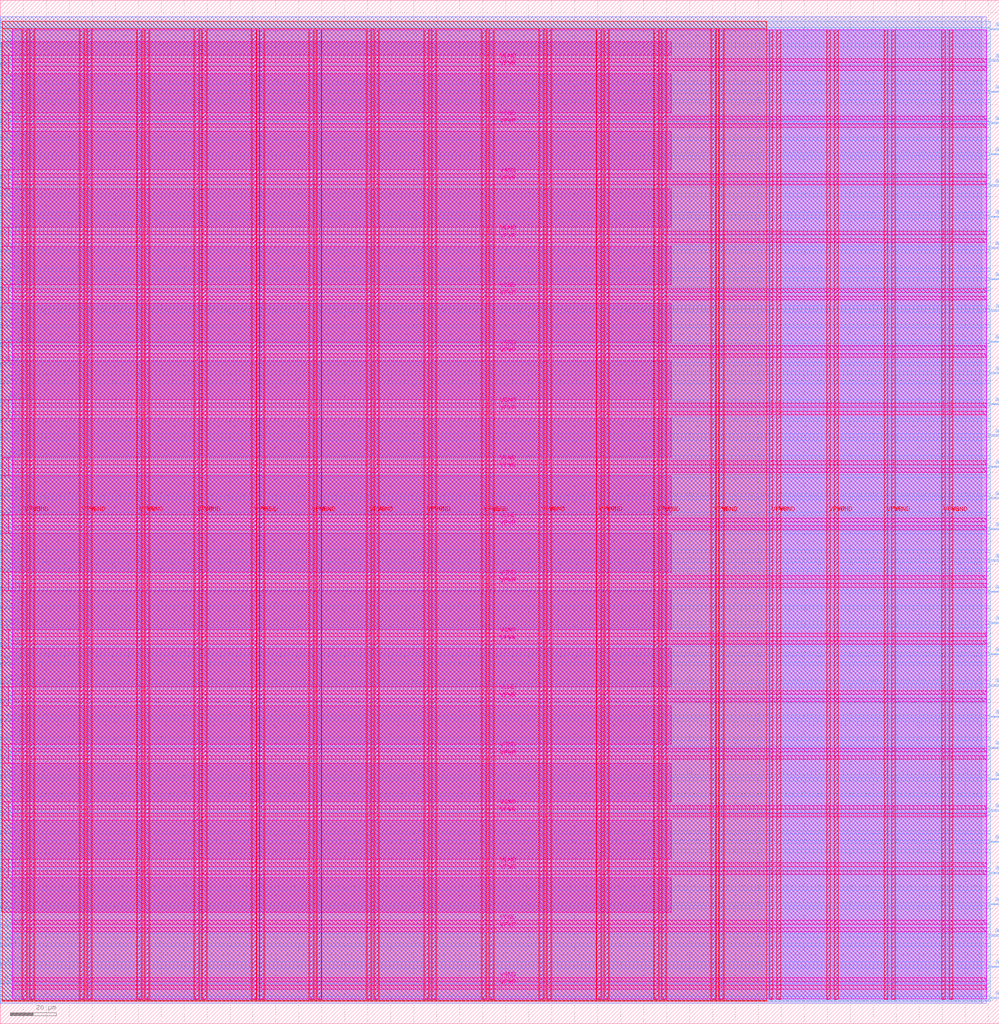
<source format=lef>
VERSION 5.7 ;
  NOWIREEXTENSIONATPIN ON ;
  DIVIDERCHAR "/" ;
  BUSBITCHARS "[]" ;
MACRO top
  CLASS BLOCK ;
  FOREIGN top ;
  ORIGIN 0.000 0.000 ;
  SIZE 434.795 BY 445.515 ;
  PIN A1[0]
    DIRECTION INPUT ;
    USE SIGNAL ;
    ANTENNAGATEAREA 0.213000 ;
    PORT
      LAYER met3 ;
        RECT 0.000 25.880 4.000 26.480 ;
    END
  END A1[0]
  PIN A1[1]
    DIRECTION INPUT ;
    USE SIGNAL ;
    ANTENNAGATEAREA 0.126000 ;
    PORT
      LAYER met3 ;
        RECT 0.000 34.040 4.000 34.640 ;
    END
  END A1[1]
  PIN A1[2]
    DIRECTION INPUT ;
    USE SIGNAL ;
    ANTENNAGATEAREA 0.213000 ;
    PORT
      LAYER met3 ;
        RECT 0.000 42.200 4.000 42.800 ;
    END
  END A1[2]
  PIN A1[3]
    DIRECTION INPUT ;
    USE SIGNAL ;
    ANTENNAGATEAREA 0.247500 ;
    PORT
      LAYER met3 ;
        RECT 0.000 50.360 4.000 50.960 ;
    END
  END A1[3]
  PIN A1[4]
    DIRECTION INPUT ;
    USE SIGNAL ;
    ANTENNAGATEAREA 0.247500 ;
    PORT
      LAYER met3 ;
        RECT 0.000 58.520 4.000 59.120 ;
    END
  END A1[4]
  PIN A2[0]
    DIRECTION INPUT ;
    USE SIGNAL ;
    ANTENNAGATEAREA 7.368000 ;
    PORT
      LAYER met3 ;
        RECT 0.000 66.680 4.000 67.280 ;
    END
  END A2[0]
  PIN A2[1]
    DIRECTION INPUT ;
    USE SIGNAL ;
    ANTENNAGATEAREA 0.886500 ;
    PORT
      LAYER met3 ;
        RECT 0.000 74.840 4.000 75.440 ;
    END
  END A2[1]
  PIN A2[2]
    DIRECTION INPUT ;
    USE SIGNAL ;
    ANTENNAGATEAREA 0.196500 ;
    PORT
      LAYER met3 ;
        RECT 0.000 83.000 4.000 83.600 ;
    END
  END A2[2]
  PIN A2[3]
    DIRECTION INPUT ;
    USE SIGNAL ;
    ANTENNAGATEAREA 0.213000 ;
    PORT
      LAYER met3 ;
        RECT 0.000 91.160 4.000 91.760 ;
    END
  END A2[3]
  PIN A2[4]
    DIRECTION INPUT ;
    USE SIGNAL ;
    ANTENNAGATEAREA 0.247500 ;
    PORT
      LAYER met3 ;
        RECT 0.000 99.320 4.000 99.920 ;
    END
  END A2[4]
  PIN A3[0]
    DIRECTION INPUT ;
    USE SIGNAL ;
    ANTENNAGATEAREA 0.213000 ;
    PORT
      LAYER met3 ;
        RECT 0.000 107.480 4.000 108.080 ;
    END
  END A3[0]
  PIN A3[1]
    DIRECTION INPUT ;
    USE SIGNAL ;
    ANTENNAGATEAREA 0.213000 ;
    PORT
      LAYER met3 ;
        RECT 0.000 115.640 4.000 116.240 ;
    END
  END A3[1]
  PIN A3[2]
    DIRECTION INPUT ;
    USE SIGNAL ;
    ANTENNAGATEAREA 0.213000 ;
    PORT
      LAYER met3 ;
        RECT 0.000 123.800 4.000 124.400 ;
    END
  END A3[2]
  PIN A3[3]
    DIRECTION INPUT ;
    USE SIGNAL ;
    ANTENNAGATEAREA 0.213000 ;
    PORT
      LAYER met3 ;
        RECT 0.000 131.960 4.000 132.560 ;
    END
  END A3[3]
  PIN A3[4]
    DIRECTION INPUT ;
    USE SIGNAL ;
    ANTENNAGATEAREA 0.213000 ;
    PORT
      LAYER met3 ;
        RECT 0.000 140.120 4.000 140.720 ;
    END
  END A3[4]
  PIN VGND
    DIRECTION INOUT ;
    USE GROUND ;
    PORT
      LAYER met4 ;
        RECT 13.020 10.640 14.620 432.720 ;
    END
    PORT
      LAYER met4 ;
        RECT 38.020 10.640 39.620 432.720 ;
    END
    PORT
      LAYER met4 ;
        RECT 63.020 10.640 64.620 432.720 ;
    END
    PORT
      LAYER met4 ;
        RECT 88.020 10.640 89.620 432.720 ;
    END
    PORT
      LAYER met4 ;
        RECT 113.020 10.640 114.620 432.720 ;
    END
    PORT
      LAYER met4 ;
        RECT 138.020 10.640 139.620 432.720 ;
    END
    PORT
      LAYER met4 ;
        RECT 163.020 10.640 164.620 432.720 ;
    END
    PORT
      LAYER met4 ;
        RECT 188.020 10.640 189.620 432.720 ;
    END
    PORT
      LAYER met4 ;
        RECT 213.020 10.640 214.620 432.720 ;
    END
    PORT
      LAYER met4 ;
        RECT 238.020 10.640 239.620 432.720 ;
    END
    PORT
      LAYER met4 ;
        RECT 263.020 10.640 264.620 432.720 ;
    END
    PORT
      LAYER met4 ;
        RECT 288.020 10.640 289.620 432.720 ;
    END
    PORT
      LAYER met4 ;
        RECT 313.020 10.640 314.620 432.720 ;
    END
    PORT
      LAYER met4 ;
        RECT 338.020 10.640 339.620 432.720 ;
    END
    PORT
      LAYER met4 ;
        RECT 363.020 10.640 364.620 432.720 ;
    END
    PORT
      LAYER met4 ;
        RECT 388.020 10.640 389.620 432.720 ;
    END
    PORT
      LAYER met4 ;
        RECT 413.020 10.640 414.620 432.720 ;
    END
    PORT
      LAYER met5 ;
        RECT 5.280 18.380 429.420 19.980 ;
    END
    PORT
      LAYER met5 ;
        RECT 5.280 43.380 429.420 44.980 ;
    END
    PORT
      LAYER met5 ;
        RECT 5.280 68.380 429.420 69.980 ;
    END
    PORT
      LAYER met5 ;
        RECT 5.280 93.380 429.420 94.980 ;
    END
    PORT
      LAYER met5 ;
        RECT 5.280 118.380 429.420 119.980 ;
    END
    PORT
      LAYER met5 ;
        RECT 5.280 143.380 429.420 144.980 ;
    END
    PORT
      LAYER met5 ;
        RECT 5.280 168.380 429.420 169.980 ;
    END
    PORT
      LAYER met5 ;
        RECT 5.280 193.380 429.420 194.980 ;
    END
    PORT
      LAYER met5 ;
        RECT 5.280 218.380 429.420 219.980 ;
    END
    PORT
      LAYER met5 ;
        RECT 5.280 243.380 429.420 244.980 ;
    END
    PORT
      LAYER met5 ;
        RECT 5.280 268.380 429.420 269.980 ;
    END
    PORT
      LAYER met5 ;
        RECT 5.280 293.380 429.420 294.980 ;
    END
    PORT
      LAYER met5 ;
        RECT 5.280 318.380 429.420 319.980 ;
    END
    PORT
      LAYER met5 ;
        RECT 5.280 343.380 429.420 344.980 ;
    END
    PORT
      LAYER met5 ;
        RECT 5.280 368.380 429.420 369.980 ;
    END
    PORT
      LAYER met5 ;
        RECT 5.280 393.380 429.420 394.980 ;
    END
    PORT
      LAYER met5 ;
        RECT 5.280 418.380 429.420 419.980 ;
    END
  END VGND
  PIN VPWR
    DIRECTION INOUT ;
    USE POWER ;
    PORT
      LAYER met4 ;
        RECT 9.720 10.640 11.320 432.720 ;
    END
    PORT
      LAYER met4 ;
        RECT 34.720 10.640 36.320 432.720 ;
    END
    PORT
      LAYER met4 ;
        RECT 59.720 10.640 61.320 432.720 ;
    END
    PORT
      LAYER met4 ;
        RECT 84.720 10.640 86.320 432.720 ;
    END
    PORT
      LAYER met4 ;
        RECT 109.720 10.640 111.320 432.720 ;
    END
    PORT
      LAYER met4 ;
        RECT 134.720 10.640 136.320 432.720 ;
    END
    PORT
      LAYER met4 ;
        RECT 159.720 10.640 161.320 432.720 ;
    END
    PORT
      LAYER met4 ;
        RECT 184.720 10.640 186.320 432.720 ;
    END
    PORT
      LAYER met4 ;
        RECT 209.720 10.640 211.320 432.720 ;
    END
    PORT
      LAYER met4 ;
        RECT 234.720 10.640 236.320 432.720 ;
    END
    PORT
      LAYER met4 ;
        RECT 259.720 10.640 261.320 432.720 ;
    END
    PORT
      LAYER met4 ;
        RECT 284.720 10.640 286.320 432.720 ;
    END
    PORT
      LAYER met4 ;
        RECT 309.720 10.640 311.320 432.720 ;
    END
    PORT
      LAYER met4 ;
        RECT 334.720 10.640 336.320 432.720 ;
    END
    PORT
      LAYER met4 ;
        RECT 359.720 10.640 361.320 432.720 ;
    END
    PORT
      LAYER met4 ;
        RECT 384.720 10.640 386.320 432.720 ;
    END
    PORT
      LAYER met4 ;
        RECT 409.720 10.640 411.320 432.720 ;
    END
    PORT
      LAYER met5 ;
        RECT 5.280 15.080 429.420 16.680 ;
    END
    PORT
      LAYER met5 ;
        RECT 5.280 40.080 429.420 41.680 ;
    END
    PORT
      LAYER met5 ;
        RECT 5.280 65.080 429.420 66.680 ;
    END
    PORT
      LAYER met5 ;
        RECT 5.280 90.080 429.420 91.680 ;
    END
    PORT
      LAYER met5 ;
        RECT 5.280 115.080 429.420 116.680 ;
    END
    PORT
      LAYER met5 ;
        RECT 5.280 140.080 429.420 141.680 ;
    END
    PORT
      LAYER met5 ;
        RECT 5.280 165.080 429.420 166.680 ;
    END
    PORT
      LAYER met5 ;
        RECT 5.280 190.080 429.420 191.680 ;
    END
    PORT
      LAYER met5 ;
        RECT 5.280 215.080 429.420 216.680 ;
    END
    PORT
      LAYER met5 ;
        RECT 5.280 240.080 429.420 241.680 ;
    END
    PORT
      LAYER met5 ;
        RECT 5.280 265.080 429.420 266.680 ;
    END
    PORT
      LAYER met5 ;
        RECT 5.280 290.080 429.420 291.680 ;
    END
    PORT
      LAYER met5 ;
        RECT 5.280 315.080 429.420 316.680 ;
    END
    PORT
      LAYER met5 ;
        RECT 5.280 340.080 429.420 341.680 ;
    END
    PORT
      LAYER met5 ;
        RECT 5.280 365.080 429.420 366.680 ;
    END
    PORT
      LAYER met5 ;
        RECT 5.280 390.080 429.420 391.680 ;
    END
    PORT
      LAYER met5 ;
        RECT 5.280 415.080 429.420 416.680 ;
    END
  END VPWR
  PIN WD3[0]
    DIRECTION INPUT ;
    USE SIGNAL ;
    ANTENNAGATEAREA 0.213000 ;
    PORT
      LAYER met3 ;
        RECT 0.000 148.280 4.000 148.880 ;
    END
  END WD3[0]
  PIN WD3[10]
    DIRECTION INPUT ;
    USE SIGNAL ;
    ANTENNAGATEAREA 0.213000 ;
    PORT
      LAYER met3 ;
        RECT 0.000 229.880 4.000 230.480 ;
    END
  END WD3[10]
  PIN WD3[11]
    DIRECTION INPUT ;
    USE SIGNAL ;
    ANTENNAGATEAREA 0.213000 ;
    PORT
      LAYER met3 ;
        RECT 0.000 238.040 4.000 238.640 ;
    END
  END WD3[11]
  PIN WD3[12]
    DIRECTION INPUT ;
    USE SIGNAL ;
    ANTENNAGATEAREA 0.213000 ;
    PORT
      LAYER met3 ;
        RECT 0.000 246.200 4.000 246.800 ;
    END
  END WD3[12]
  PIN WD3[13]
    DIRECTION INPUT ;
    USE SIGNAL ;
    ANTENNAGATEAREA 0.213000 ;
    PORT
      LAYER met3 ;
        RECT 0.000 254.360 4.000 254.960 ;
    END
  END WD3[13]
  PIN WD3[14]
    DIRECTION INPUT ;
    USE SIGNAL ;
    ANTENNAGATEAREA 0.159000 ;
    PORT
      LAYER met3 ;
        RECT 0.000 262.520 4.000 263.120 ;
    END
  END WD3[14]
  PIN WD3[15]
    DIRECTION INPUT ;
    USE SIGNAL ;
    ANTENNAGATEAREA 0.213000 ;
    PORT
      LAYER met3 ;
        RECT 0.000 270.680 4.000 271.280 ;
    END
  END WD3[15]
  PIN WD3[16]
    DIRECTION INPUT ;
    USE SIGNAL ;
    ANTENNAGATEAREA 0.213000 ;
    PORT
      LAYER met3 ;
        RECT 0.000 278.840 4.000 279.440 ;
    END
  END WD3[16]
  PIN WD3[17]
    DIRECTION INPUT ;
    USE SIGNAL ;
    ANTENNAGATEAREA 0.213000 ;
    PORT
      LAYER met3 ;
        RECT 0.000 287.000 4.000 287.600 ;
    END
  END WD3[17]
  PIN WD3[18]
    DIRECTION INPUT ;
    USE SIGNAL ;
    ANTENNAGATEAREA 0.213000 ;
    PORT
      LAYER met3 ;
        RECT 0.000 295.160 4.000 295.760 ;
    END
  END WD3[18]
  PIN WD3[19]
    DIRECTION INPUT ;
    USE SIGNAL ;
    ANTENNAGATEAREA 0.213000 ;
    PORT
      LAYER met3 ;
        RECT 0.000 303.320 4.000 303.920 ;
    END
  END WD3[19]
  PIN WD3[1]
    DIRECTION INPUT ;
    USE SIGNAL ;
    ANTENNAGATEAREA 0.213000 ;
    PORT
      LAYER met3 ;
        RECT 0.000 156.440 4.000 157.040 ;
    END
  END WD3[1]
  PIN WD3[20]
    DIRECTION INPUT ;
    USE SIGNAL ;
    ANTENNAGATEAREA 0.213000 ;
    PORT
      LAYER met3 ;
        RECT 0.000 311.480 4.000 312.080 ;
    END
  END WD3[20]
  PIN WD3[21]
    DIRECTION INPUT ;
    USE SIGNAL ;
    ANTENNAGATEAREA 0.213000 ;
    PORT
      LAYER met3 ;
        RECT 0.000 319.640 4.000 320.240 ;
    END
  END WD3[21]
  PIN WD3[22]
    DIRECTION INPUT ;
    USE SIGNAL ;
    ANTENNAGATEAREA 0.213000 ;
    PORT
      LAYER met3 ;
        RECT 0.000 327.800 4.000 328.400 ;
    END
  END WD3[22]
  PIN WD3[23]
    DIRECTION INPUT ;
    USE SIGNAL ;
    ANTENNAGATEAREA 0.213000 ;
    PORT
      LAYER met3 ;
        RECT 0.000 335.960 4.000 336.560 ;
    END
  END WD3[23]
  PIN WD3[24]
    DIRECTION INPUT ;
    USE SIGNAL ;
    ANTENNAGATEAREA 0.213000 ;
    PORT
      LAYER met3 ;
        RECT 0.000 344.120 4.000 344.720 ;
    END
  END WD3[24]
  PIN WD3[25]
    DIRECTION INPUT ;
    USE SIGNAL ;
    ANTENNAGATEAREA 0.213000 ;
    PORT
      LAYER met3 ;
        RECT 0.000 352.280 4.000 352.880 ;
    END
  END WD3[25]
  PIN WD3[26]
    DIRECTION INPUT ;
    USE SIGNAL ;
    ANTENNAGATEAREA 0.213000 ;
    PORT
      LAYER met3 ;
        RECT 0.000 360.440 4.000 361.040 ;
    END
  END WD3[26]
  PIN WD3[27]
    DIRECTION INPUT ;
    USE SIGNAL ;
    ANTENNAGATEAREA 0.196500 ;
    PORT
      LAYER met3 ;
        RECT 0.000 368.600 4.000 369.200 ;
    END
  END WD3[27]
  PIN WD3[28]
    DIRECTION INPUT ;
    USE SIGNAL ;
    ANTENNAGATEAREA 0.126000 ;
    PORT
      LAYER met3 ;
        RECT 0.000 376.760 4.000 377.360 ;
    END
  END WD3[28]
  PIN WD3[29]
    DIRECTION INPUT ;
    USE SIGNAL ;
    ANTENNAGATEAREA 0.213000 ;
    PORT
      LAYER met3 ;
        RECT 0.000 384.920 4.000 385.520 ;
    END
  END WD3[29]
  PIN WD3[2]
    DIRECTION INPUT ;
    USE SIGNAL ;
    ANTENNAGATEAREA 0.159000 ;
    PORT
      LAYER met3 ;
        RECT 0.000 164.600 4.000 165.200 ;
    END
  END WD3[2]
  PIN WD3[30]
    DIRECTION INPUT ;
    USE SIGNAL ;
    ANTENNAGATEAREA 0.213000 ;
    PORT
      LAYER met3 ;
        RECT 0.000 393.080 4.000 393.680 ;
    END
  END WD3[30]
  PIN WD3[31]
    DIRECTION INPUT ;
    USE SIGNAL ;
    ANTENNAGATEAREA 0.213000 ;
    PORT
      LAYER met3 ;
        RECT 0.000 401.240 4.000 401.840 ;
    END
  END WD3[31]
  PIN WD3[3]
    DIRECTION INPUT ;
    USE SIGNAL ;
    ANTENNAGATEAREA 0.159000 ;
    PORT
      LAYER met3 ;
        RECT 0.000 172.760 4.000 173.360 ;
    END
  END WD3[3]
  PIN WD3[4]
    DIRECTION INPUT ;
    USE SIGNAL ;
    ANTENNAGATEAREA 0.159000 ;
    PORT
      LAYER met3 ;
        RECT 0.000 180.920 4.000 181.520 ;
    END
  END WD3[4]
  PIN WD3[5]
    DIRECTION INPUT ;
    USE SIGNAL ;
    ANTENNAGATEAREA 0.159000 ;
    PORT
      LAYER met3 ;
        RECT 0.000 189.080 4.000 189.680 ;
    END
  END WD3[5]
  PIN WD3[6]
    DIRECTION INPUT ;
    USE SIGNAL ;
    ANTENNAGATEAREA 0.159000 ;
    PORT
      LAYER met3 ;
        RECT 0.000 197.240 4.000 197.840 ;
    END
  END WD3[6]
  PIN WD3[7]
    DIRECTION INPUT ;
    USE SIGNAL ;
    ANTENNAGATEAREA 0.159000 ;
    PORT
      LAYER met3 ;
        RECT 0.000 205.400 4.000 206.000 ;
    END
  END WD3[7]
  PIN WD3[8]
    DIRECTION INPUT ;
    USE SIGNAL ;
    ANTENNAGATEAREA 0.213000 ;
    PORT
      LAYER met3 ;
        RECT 0.000 213.560 4.000 214.160 ;
    END
  END WD3[8]
  PIN WD3[9]
    DIRECTION INPUT ;
    USE SIGNAL ;
    ANTENNAGATEAREA 0.213000 ;
    PORT
      LAYER met3 ;
        RECT 0.000 221.720 4.000 222.320 ;
    END
  END WD3[9]
  PIN WE3
    DIRECTION INPUT ;
    USE SIGNAL ;
    ANTENNAGATEAREA 0.247500 ;
    PORT
      LAYER met3 ;
        RECT 0.000 409.400 4.000 410.000 ;
    END
  END WE3
  PIN alu_out[0]
    DIRECTION OUTPUT ;
    USE SIGNAL ;
    ANTENNADIFFAREA 1.336500 ;
    PORT
      LAYER met3 ;
        RECT 430.795 10.920 434.795 11.520 ;
    END
  END alu_out[0]
  PIN alu_out[10]
    DIRECTION OUTPUT ;
    USE SIGNAL ;
    ANTENNADIFFAREA 0.445500 ;
    PORT
      LAYER met3 ;
        RECT 430.795 146.920 434.795 147.520 ;
    END
  END alu_out[10]
  PIN alu_out[11]
    DIRECTION OUTPUT ;
    USE SIGNAL ;
    ANTENNADIFFAREA 0.445500 ;
    PORT
      LAYER met3 ;
        RECT 430.795 160.520 434.795 161.120 ;
    END
  END alu_out[11]
  PIN alu_out[12]
    DIRECTION OUTPUT ;
    USE SIGNAL ;
    ANTENNADIFFAREA 1.336500 ;
    PORT
      LAYER met3 ;
        RECT 430.795 174.120 434.795 174.720 ;
    END
  END alu_out[12]
  PIN alu_out[13]
    DIRECTION OUTPUT ;
    USE SIGNAL ;
    ANTENNADIFFAREA 0.445500 ;
    PORT
      LAYER met3 ;
        RECT 430.795 187.720 434.795 188.320 ;
    END
  END alu_out[13]
  PIN alu_out[14]
    DIRECTION OUTPUT ;
    USE SIGNAL ;
    ANTENNADIFFAREA 1.336500 ;
    PORT
      LAYER met3 ;
        RECT 430.795 201.320 434.795 201.920 ;
    END
  END alu_out[14]
  PIN alu_out[15]
    DIRECTION OUTPUT ;
    USE SIGNAL ;
    ANTENNADIFFAREA 0.445500 ;
    PORT
      LAYER met3 ;
        RECT 430.795 214.920 434.795 215.520 ;
    END
  END alu_out[15]
  PIN alu_out[16]
    DIRECTION OUTPUT ;
    USE SIGNAL ;
    ANTENNADIFFAREA 0.891000 ;
    PORT
      LAYER met3 ;
        RECT 430.795 228.520 434.795 229.120 ;
    END
  END alu_out[16]
  PIN alu_out[17]
    DIRECTION OUTPUT ;
    USE SIGNAL ;
    ANTENNADIFFAREA 0.445500 ;
    PORT
      LAYER met3 ;
        RECT 430.795 242.120 434.795 242.720 ;
    END
  END alu_out[17]
  PIN alu_out[18]
    DIRECTION OUTPUT ;
    USE SIGNAL ;
    ANTENNADIFFAREA 0.891000 ;
    PORT
      LAYER met3 ;
        RECT 430.795 255.720 434.795 256.320 ;
    END
  END alu_out[18]
  PIN alu_out[19]
    DIRECTION OUTPUT ;
    USE SIGNAL ;
    ANTENNADIFFAREA 0.445500 ;
    PORT
      LAYER met3 ;
        RECT 430.795 269.320 434.795 269.920 ;
    END
  END alu_out[19]
  PIN alu_out[1]
    DIRECTION OUTPUT ;
    USE SIGNAL ;
    ANTENNADIFFAREA 1.336500 ;
    PORT
      LAYER met3 ;
        RECT 430.795 24.520 434.795 25.120 ;
    END
  END alu_out[1]
  PIN alu_out[20]
    DIRECTION OUTPUT ;
    USE SIGNAL ;
    ANTENNADIFFAREA 0.445500 ;
    PORT
      LAYER met3 ;
        RECT 430.795 282.920 434.795 283.520 ;
    END
  END alu_out[20]
  PIN alu_out[21]
    DIRECTION OUTPUT ;
    USE SIGNAL ;
    ANTENNADIFFAREA 0.445500 ;
    PORT
      LAYER met3 ;
        RECT 430.795 296.520 434.795 297.120 ;
    END
  END alu_out[21]
  PIN alu_out[22]
    DIRECTION OUTPUT ;
    USE SIGNAL ;
    ANTENNADIFFAREA 0.445500 ;
    PORT
      LAYER met3 ;
        RECT 430.795 310.120 434.795 310.720 ;
    END
  END alu_out[22]
  PIN alu_out[23]
    DIRECTION OUTPUT ;
    USE SIGNAL ;
    ANTENNADIFFAREA 0.445500 ;
    PORT
      LAYER met3 ;
        RECT 430.795 323.720 434.795 324.320 ;
    END
  END alu_out[23]
  PIN alu_out[24]
    DIRECTION OUTPUT ;
    USE SIGNAL ;
    ANTENNADIFFAREA 0.445500 ;
    PORT
      LAYER met3 ;
        RECT 430.795 337.320 434.795 337.920 ;
    END
  END alu_out[24]
  PIN alu_out[25]
    DIRECTION OUTPUT ;
    USE SIGNAL ;
    ANTENNADIFFAREA 0.445500 ;
    PORT
      LAYER met3 ;
        RECT 430.795 350.920 434.795 351.520 ;
    END
  END alu_out[25]
  PIN alu_out[26]
    DIRECTION OUTPUT ;
    USE SIGNAL ;
    ANTENNADIFFAREA 0.445500 ;
    PORT
      LAYER met3 ;
        RECT 430.795 364.520 434.795 365.120 ;
    END
  END alu_out[26]
  PIN alu_out[27]
    DIRECTION OUTPUT ;
    USE SIGNAL ;
    ANTENNADIFFAREA 0.445500 ;
    PORT
      LAYER met3 ;
        RECT 430.795 378.120 434.795 378.720 ;
    END
  END alu_out[27]
  PIN alu_out[28]
    DIRECTION OUTPUT ;
    USE SIGNAL ;
    ANTENNADIFFAREA 0.445500 ;
    PORT
      LAYER met3 ;
        RECT 430.795 391.720 434.795 392.320 ;
    END
  END alu_out[28]
  PIN alu_out[29]
    DIRECTION OUTPUT ;
    USE SIGNAL ;
    ANTENNADIFFAREA 1.336500 ;
    PORT
      LAYER met3 ;
        RECT 430.795 405.320 434.795 405.920 ;
    END
  END alu_out[29]
  PIN alu_out[2]
    DIRECTION OUTPUT ;
    USE SIGNAL ;
    ANTENNADIFFAREA 0.891000 ;
    PORT
      LAYER met3 ;
        RECT 430.795 38.120 434.795 38.720 ;
    END
  END alu_out[2]
  PIN alu_out[30]
    DIRECTION OUTPUT ;
    USE SIGNAL ;
    ANTENNADIFFAREA 1.782000 ;
    PORT
      LAYER met3 ;
        RECT 430.795 418.920 434.795 419.520 ;
    END
  END alu_out[30]
  PIN alu_out[31]
    DIRECTION OUTPUT ;
    USE SIGNAL ;
    ANTENNADIFFAREA 0.445500 ;
    PORT
      LAYER met3 ;
        RECT 430.795 432.520 434.795 433.120 ;
    END
  END alu_out[31]
  PIN alu_out[3]
    DIRECTION OUTPUT ;
    USE SIGNAL ;
    ANTENNADIFFAREA 0.445500 ;
    PORT
      LAYER met3 ;
        RECT 430.795 51.720 434.795 52.320 ;
    END
  END alu_out[3]
  PIN alu_out[4]
    DIRECTION OUTPUT ;
    USE SIGNAL ;
    ANTENNADIFFAREA 0.445500 ;
    PORT
      LAYER met3 ;
        RECT 430.795 65.320 434.795 65.920 ;
    END
  END alu_out[4]
  PIN alu_out[5]
    DIRECTION OUTPUT ;
    USE SIGNAL ;
    ANTENNADIFFAREA 0.445500 ;
    PORT
      LAYER met3 ;
        RECT 430.795 78.920 434.795 79.520 ;
    END
  END alu_out[5]
  PIN alu_out[6]
    DIRECTION OUTPUT ;
    USE SIGNAL ;
    ANTENNADIFFAREA 0.891000 ;
    PORT
      LAYER met3 ;
        RECT 430.795 92.520 434.795 93.120 ;
    END
  END alu_out[6]
  PIN alu_out[7]
    DIRECTION OUTPUT ;
    USE SIGNAL ;
    ANTENNADIFFAREA 0.445500 ;
    PORT
      LAYER met3 ;
        RECT 430.795 106.120 434.795 106.720 ;
    END
  END alu_out[7]
  PIN alu_out[8]
    DIRECTION OUTPUT ;
    USE SIGNAL ;
    ANTENNADIFFAREA 0.445500 ;
    PORT
      LAYER met3 ;
        RECT 430.795 119.720 434.795 120.320 ;
    END
  END alu_out[8]
  PIN alu_out[9]
    DIRECTION OUTPUT ;
    USE SIGNAL ;
    ANTENNADIFFAREA 0.445500 ;
    PORT
      LAYER met3 ;
        RECT 430.795 133.320 434.795 133.920 ;
    END
  END alu_out[9]
  PIN clk
    DIRECTION INPUT ;
    USE SIGNAL ;
    ANTENNAGATEAREA 0.852000 ;
    PORT
      LAYER met3 ;
        RECT 0.000 17.720 4.000 18.320 ;
    END
  END clk
  PIN opcode[0]
    DIRECTION INPUT ;
    USE SIGNAL ;
    ANTENNAGATEAREA 0.247500 ;
    PORT
      LAYER met3 ;
        RECT 0.000 417.560 4.000 418.160 ;
    END
  END opcode[0]
  PIN opcode[1]
    DIRECTION INPUT ;
    USE SIGNAL ;
    ANTENNAGATEAREA 0.247500 ;
    PORT
      LAYER met3 ;
        RECT 0.000 425.720 4.000 426.320 ;
    END
  END opcode[1]
  OBS
      LAYER nwell ;
        RECT 5.330 10.795 429.370 432.670 ;
      LAYER li1 ;
        RECT 5.520 10.795 429.180 432.565 ;
      LAYER met1 ;
        RECT 0.070 8.880 429.180 438.220 ;
      LAYER met2 ;
        RECT 0.090 8.850 427.250 438.250 ;
      LAYER met3 ;
        RECT 0.065 433.520 430.795 436.385 ;
        RECT 0.065 432.120 430.395 433.520 ;
        RECT 0.065 426.720 430.795 432.120 ;
        RECT 4.400 425.320 430.795 426.720 ;
        RECT 0.065 419.920 430.795 425.320 ;
        RECT 0.065 418.560 430.395 419.920 ;
        RECT 4.400 418.520 430.395 418.560 ;
        RECT 4.400 417.160 430.795 418.520 ;
        RECT 0.065 410.400 430.795 417.160 ;
        RECT 4.400 409.000 430.795 410.400 ;
        RECT 0.065 406.320 430.795 409.000 ;
        RECT 0.065 404.920 430.395 406.320 ;
        RECT 0.065 402.240 430.795 404.920 ;
        RECT 4.400 400.840 430.795 402.240 ;
        RECT 0.065 394.080 430.795 400.840 ;
        RECT 4.400 392.720 430.795 394.080 ;
        RECT 4.400 392.680 430.395 392.720 ;
        RECT 0.065 391.320 430.395 392.680 ;
        RECT 0.065 385.920 430.795 391.320 ;
        RECT 4.400 384.520 430.795 385.920 ;
        RECT 0.065 379.120 430.795 384.520 ;
        RECT 0.065 377.760 430.395 379.120 ;
        RECT 4.400 377.720 430.395 377.760 ;
        RECT 4.400 376.360 430.795 377.720 ;
        RECT 0.065 369.600 430.795 376.360 ;
        RECT 4.400 368.200 430.795 369.600 ;
        RECT 0.065 365.520 430.795 368.200 ;
        RECT 0.065 364.120 430.395 365.520 ;
        RECT 0.065 361.440 430.795 364.120 ;
        RECT 4.400 360.040 430.795 361.440 ;
        RECT 0.065 353.280 430.795 360.040 ;
        RECT 4.400 351.920 430.795 353.280 ;
        RECT 4.400 351.880 430.395 351.920 ;
        RECT 0.065 350.520 430.395 351.880 ;
        RECT 0.065 345.120 430.795 350.520 ;
        RECT 4.400 343.720 430.795 345.120 ;
        RECT 0.065 338.320 430.795 343.720 ;
        RECT 0.065 336.960 430.395 338.320 ;
        RECT 4.400 336.920 430.395 336.960 ;
        RECT 4.400 335.560 430.795 336.920 ;
        RECT 0.065 328.800 430.795 335.560 ;
        RECT 4.400 327.400 430.795 328.800 ;
        RECT 0.065 324.720 430.795 327.400 ;
        RECT 0.065 323.320 430.395 324.720 ;
        RECT 0.065 320.640 430.795 323.320 ;
        RECT 4.400 319.240 430.795 320.640 ;
        RECT 0.065 312.480 430.795 319.240 ;
        RECT 4.400 311.120 430.795 312.480 ;
        RECT 4.400 311.080 430.395 311.120 ;
        RECT 0.065 309.720 430.395 311.080 ;
        RECT 0.065 304.320 430.795 309.720 ;
        RECT 4.400 302.920 430.795 304.320 ;
        RECT 0.065 297.520 430.795 302.920 ;
        RECT 0.065 296.160 430.395 297.520 ;
        RECT 4.400 296.120 430.395 296.160 ;
        RECT 4.400 294.760 430.795 296.120 ;
        RECT 0.065 288.000 430.795 294.760 ;
        RECT 4.400 286.600 430.795 288.000 ;
        RECT 0.065 283.920 430.795 286.600 ;
        RECT 0.065 282.520 430.395 283.920 ;
        RECT 0.065 279.840 430.795 282.520 ;
        RECT 4.400 278.440 430.795 279.840 ;
        RECT 0.065 271.680 430.795 278.440 ;
        RECT 4.400 270.320 430.795 271.680 ;
        RECT 4.400 270.280 430.395 270.320 ;
        RECT 0.065 268.920 430.395 270.280 ;
        RECT 0.065 263.520 430.795 268.920 ;
        RECT 4.400 262.120 430.795 263.520 ;
        RECT 0.065 256.720 430.795 262.120 ;
        RECT 0.065 255.360 430.395 256.720 ;
        RECT 4.400 255.320 430.395 255.360 ;
        RECT 4.400 253.960 430.795 255.320 ;
        RECT 0.065 247.200 430.795 253.960 ;
        RECT 4.400 245.800 430.795 247.200 ;
        RECT 0.065 243.120 430.795 245.800 ;
        RECT 0.065 241.720 430.395 243.120 ;
        RECT 0.065 239.040 430.795 241.720 ;
        RECT 4.400 237.640 430.795 239.040 ;
        RECT 0.065 230.880 430.795 237.640 ;
        RECT 4.400 229.520 430.795 230.880 ;
        RECT 4.400 229.480 430.395 229.520 ;
        RECT 0.065 228.120 430.395 229.480 ;
        RECT 0.065 222.720 430.795 228.120 ;
        RECT 4.400 221.320 430.795 222.720 ;
        RECT 0.065 215.920 430.795 221.320 ;
        RECT 0.065 214.560 430.395 215.920 ;
        RECT 4.400 214.520 430.395 214.560 ;
        RECT 4.400 213.160 430.795 214.520 ;
        RECT 0.065 206.400 430.795 213.160 ;
        RECT 4.400 205.000 430.795 206.400 ;
        RECT 0.065 202.320 430.795 205.000 ;
        RECT 0.065 200.920 430.395 202.320 ;
        RECT 0.065 198.240 430.795 200.920 ;
        RECT 4.400 196.840 430.795 198.240 ;
        RECT 0.065 190.080 430.795 196.840 ;
        RECT 4.400 188.720 430.795 190.080 ;
        RECT 4.400 188.680 430.395 188.720 ;
        RECT 0.065 187.320 430.395 188.680 ;
        RECT 0.065 181.920 430.795 187.320 ;
        RECT 4.400 180.520 430.795 181.920 ;
        RECT 0.065 175.120 430.795 180.520 ;
        RECT 0.065 173.760 430.395 175.120 ;
        RECT 4.400 173.720 430.395 173.760 ;
        RECT 4.400 172.360 430.795 173.720 ;
        RECT 0.065 165.600 430.795 172.360 ;
        RECT 4.400 164.200 430.795 165.600 ;
        RECT 0.065 161.520 430.795 164.200 ;
        RECT 0.065 160.120 430.395 161.520 ;
        RECT 0.065 157.440 430.795 160.120 ;
        RECT 4.400 156.040 430.795 157.440 ;
        RECT 0.065 149.280 430.795 156.040 ;
        RECT 4.400 147.920 430.795 149.280 ;
        RECT 4.400 147.880 430.395 147.920 ;
        RECT 0.065 146.520 430.395 147.880 ;
        RECT 0.065 141.120 430.795 146.520 ;
        RECT 4.400 139.720 430.795 141.120 ;
        RECT 0.065 134.320 430.795 139.720 ;
        RECT 0.065 132.960 430.395 134.320 ;
        RECT 4.400 132.920 430.395 132.960 ;
        RECT 4.400 131.560 430.795 132.920 ;
        RECT 0.065 124.800 430.795 131.560 ;
        RECT 4.400 123.400 430.795 124.800 ;
        RECT 0.065 120.720 430.795 123.400 ;
        RECT 0.065 119.320 430.395 120.720 ;
        RECT 0.065 116.640 430.795 119.320 ;
        RECT 4.400 115.240 430.795 116.640 ;
        RECT 0.065 108.480 430.795 115.240 ;
        RECT 4.400 107.120 430.795 108.480 ;
        RECT 4.400 107.080 430.395 107.120 ;
        RECT 0.065 105.720 430.395 107.080 ;
        RECT 0.065 100.320 430.795 105.720 ;
        RECT 4.400 98.920 430.795 100.320 ;
        RECT 0.065 93.520 430.795 98.920 ;
        RECT 0.065 92.160 430.395 93.520 ;
        RECT 4.400 92.120 430.395 92.160 ;
        RECT 4.400 90.760 430.795 92.120 ;
        RECT 0.065 84.000 430.795 90.760 ;
        RECT 4.400 82.600 430.795 84.000 ;
        RECT 0.065 79.920 430.795 82.600 ;
        RECT 0.065 78.520 430.395 79.920 ;
        RECT 0.065 75.840 430.795 78.520 ;
        RECT 4.400 74.440 430.795 75.840 ;
        RECT 0.065 67.680 430.795 74.440 ;
        RECT 4.400 66.320 430.795 67.680 ;
        RECT 4.400 66.280 430.395 66.320 ;
        RECT 0.065 64.920 430.395 66.280 ;
        RECT 0.065 59.520 430.795 64.920 ;
        RECT 4.400 58.120 430.795 59.520 ;
        RECT 0.065 52.720 430.795 58.120 ;
        RECT 0.065 51.360 430.395 52.720 ;
        RECT 4.400 51.320 430.395 51.360 ;
        RECT 4.400 49.960 430.795 51.320 ;
        RECT 0.065 43.200 430.795 49.960 ;
        RECT 4.400 41.800 430.795 43.200 ;
        RECT 0.065 39.120 430.795 41.800 ;
        RECT 0.065 37.720 430.395 39.120 ;
        RECT 0.065 35.040 430.795 37.720 ;
        RECT 4.400 33.640 430.795 35.040 ;
        RECT 0.065 26.880 430.795 33.640 ;
        RECT 4.400 25.520 430.795 26.880 ;
        RECT 4.400 25.480 430.395 25.520 ;
        RECT 0.065 24.120 430.395 25.480 ;
        RECT 0.065 18.720 430.795 24.120 ;
        RECT 4.400 17.320 430.795 18.720 ;
        RECT 0.065 11.920 430.795 17.320 ;
        RECT 0.065 10.520 430.395 11.920 ;
        RECT 0.065 9.695 430.795 10.520 ;
      LAYER met4 ;
        RECT 0.790 433.120 333.665 436.385 ;
        RECT 0.790 10.240 9.320 433.120 ;
        RECT 11.720 10.240 12.620 433.120 ;
        RECT 15.020 10.240 34.320 433.120 ;
        RECT 36.720 10.240 37.620 433.120 ;
        RECT 40.020 10.240 59.320 433.120 ;
        RECT 61.720 10.240 62.620 433.120 ;
        RECT 65.020 10.240 84.320 433.120 ;
        RECT 86.720 10.240 87.620 433.120 ;
        RECT 90.020 10.240 109.320 433.120 ;
        RECT 111.720 10.240 112.620 433.120 ;
        RECT 115.020 10.240 134.320 433.120 ;
        RECT 136.720 10.240 137.620 433.120 ;
        RECT 140.020 10.240 159.320 433.120 ;
        RECT 161.720 10.240 162.620 433.120 ;
        RECT 165.020 10.240 184.320 433.120 ;
        RECT 186.720 10.240 187.620 433.120 ;
        RECT 190.020 10.240 209.320 433.120 ;
        RECT 211.720 10.240 212.620 433.120 ;
        RECT 215.020 10.240 234.320 433.120 ;
        RECT 236.720 10.240 237.620 433.120 ;
        RECT 240.020 10.240 259.320 433.120 ;
        RECT 261.720 10.240 262.620 433.120 ;
        RECT 265.020 10.240 284.320 433.120 ;
        RECT 286.720 10.240 287.620 433.120 ;
        RECT 290.020 10.240 309.320 433.120 ;
        RECT 311.720 10.240 312.620 433.120 ;
        RECT 315.020 10.240 333.665 433.120 ;
        RECT 0.790 9.695 333.665 10.240 ;
      LAYER met5 ;
        RECT 0.580 421.580 291.980 427.500 ;
        RECT 0.580 413.480 3.680 421.580 ;
        RECT 0.580 396.580 291.980 413.480 ;
        RECT 0.580 388.480 3.680 396.580 ;
        RECT 0.580 371.580 291.980 388.480 ;
        RECT 0.580 363.480 3.680 371.580 ;
        RECT 0.580 346.580 291.980 363.480 ;
        RECT 0.580 338.480 3.680 346.580 ;
        RECT 0.580 321.580 291.980 338.480 ;
        RECT 0.580 313.480 3.680 321.580 ;
        RECT 0.580 296.580 291.980 313.480 ;
        RECT 0.580 288.480 3.680 296.580 ;
        RECT 0.580 271.580 291.980 288.480 ;
        RECT 0.580 263.480 3.680 271.580 ;
        RECT 0.580 246.580 291.980 263.480 ;
        RECT 0.580 238.480 3.680 246.580 ;
        RECT 0.580 221.580 291.980 238.480 ;
        RECT 0.580 213.480 3.680 221.580 ;
        RECT 0.580 196.580 291.980 213.480 ;
        RECT 0.580 188.480 3.680 196.580 ;
        RECT 0.580 171.580 291.980 188.480 ;
        RECT 0.580 163.480 3.680 171.580 ;
        RECT 0.580 146.580 291.980 163.480 ;
        RECT 0.580 138.480 3.680 146.580 ;
        RECT 0.580 121.580 291.980 138.480 ;
        RECT 0.580 113.480 3.680 121.580 ;
        RECT 0.580 96.580 291.980 113.480 ;
        RECT 0.580 88.480 3.680 96.580 ;
        RECT 0.580 71.580 291.980 88.480 ;
        RECT 0.580 63.480 3.680 71.580 ;
        RECT 0.580 48.500 291.980 63.480 ;
  END
END top
END LIBRARY


</source>
